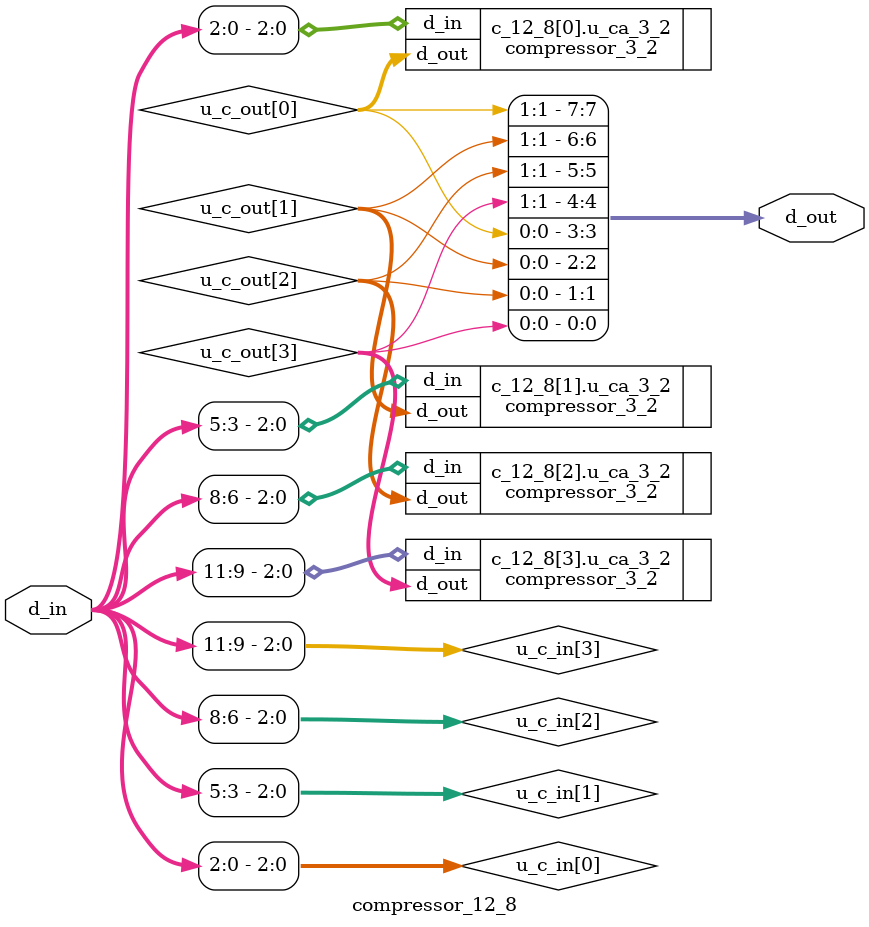
<source format=v>
module compressor_12_8
(
    input  [11:0] d_in,

    output [7:0] d_out
);



//--compressor_array input and output----------------------

wire [2:0] u_c_in[0:3];
wire [1:0] u_c_out[0:3];


//---------------------------------------------------------



//--compressor_array---------------------------------------

genvar c_i;
generate
    for(c_i = 0; c_i < 4; c_i = c_i + 1) begin:c_12_8
        assign u_c_in[c_i] = d_in[3*(c_i+1)-1:3*c_i];
        compressor_3_2 u_ca_3_2(.d_in(u_c_in[c_i]), .d_out(u_c_out[c_i]));
    end
endgenerate

//---------------------------------------------------------



//--output-------------------------------------------------

assign d_out[3:0] = {u_c_out[0][0:0],u_c_out[1][0:0],u_c_out[2][0:0],u_c_out[3][0:0]};
assign d_out[7:4] = {u_c_out[0][1:1],u_c_out[1][1:1],u_c_out[2][1:1],u_c_out[3][1:1]};

//---------------------------------------------------------


endmodule
</source>
